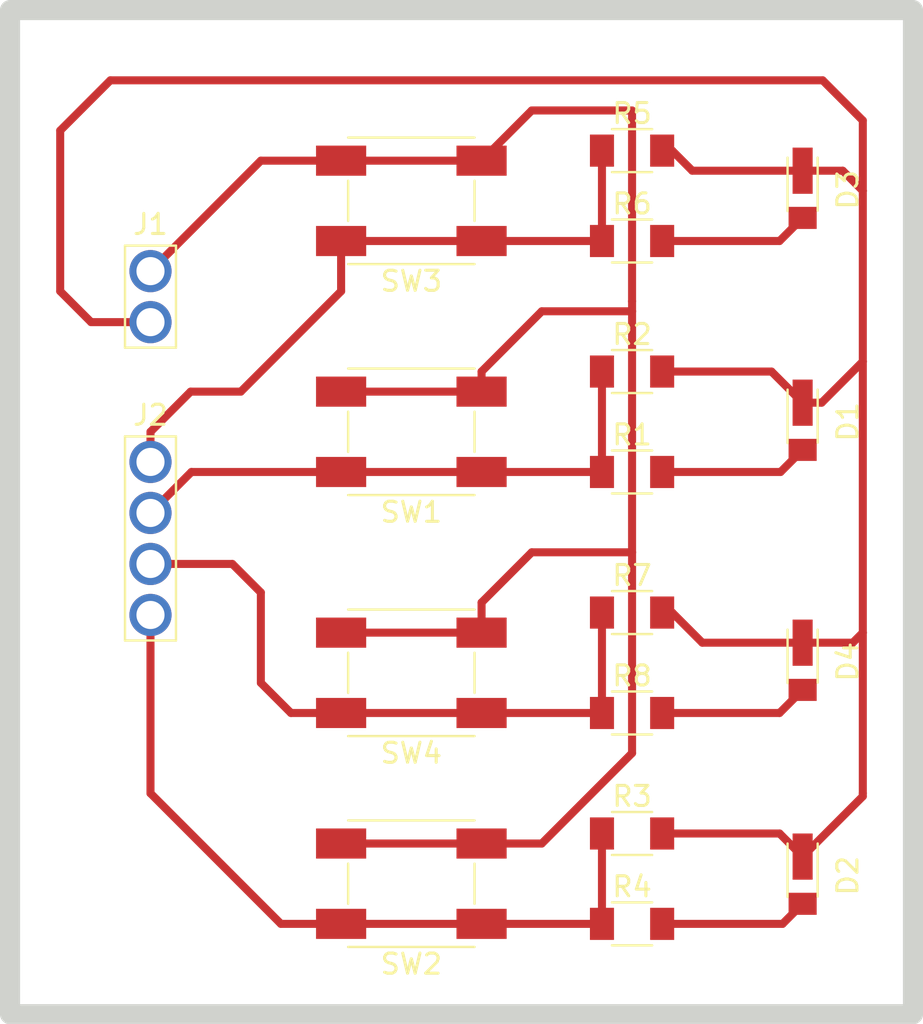
<source format=kicad_pcb>
(kicad_pcb (version 20241229) (generator "pcbnew") (generator_version "9.0")
  (layers (0 "F.Cu" signal) (2 "B.Cu" signal) (13 "F.Paste" user) (15 "B.Paste" user) (5 "F.SilkS" user "F.Silkscreen") (7 "B.SilkS" user "B.Silkscreen") (1 "F.Mask" user) (3 "B.Mask" user) (25 "Edge.Cuts" user))
  (net 0 "")
  (net 1 "Net-(D1-A)")
  (net 2 "PWR_GND")
  (net 3 "Net-(D2-A)")
  (net 4 "Net-(D3-A)")
  (net 5 "Net-(D4-A)")
  (net 6 "PWR_5V")
  (net 7 "/S1")
  (net 8 "/S3")
  (net 9 "/S2")
  (net 10 "/S4")
  (footprint "fab:Button_Omron_B3SN_6.0x6.0mm" (layer "F.Cu") (at 51 68 180)
    (property "Reference" "SW2" (at 0 -4 0) (layer "F.SilkS"))
    (property "Value" "Switch_Tactile_Omron")
    (fp_line (start 3.15 3.15) (end -3.15 3.15) (stroke (width 0.12)) (layer "F.SilkS"))
    (fp_line (start 3.15 -1) (end 3.15 1) (stroke (width 0.12)) (layer "F.SilkS"))
    (fp_line (start -3.15 1) (end -3.15 -1) (stroke (width 0.12)) (layer "F.SilkS"))
    (fp_line (start -3.15 -3.15) (end 3.15 -3.15) (stroke (width 0.12)) (layer "F.SilkS"))
    (pad "1" smd rect (at -3.5 -2 180) (size 2.5 1.5) (layers "F.Cu" "F.Mask" "F.Paste") (net 10 "/S4"))
    (pad "1" smd rect (at 3.5 -2 180) (size 2.5 1.5) (layers "F.Cu" "F.Mask" "F.Paste") (net 10 "/S4"))
    (pad "2" smd rect (at -3.5 2 180) (size 2.5 1.5) (layers "F.Cu" "F.Mask" "F.Paste") (net 6 "PWR_5V"))
    (pad "2" smd rect (at 3.5 2 180) (size 2.5 1.5) (layers "F.Cu" "F.Mask" "F.Paste") (net 6 "PWR_5V"))
  )
  (footprint "fab:Button_Omron_B3SN_6.0x6.0mm" (layer "F.Cu") (at 51 45.5 180)
    (property "Reference" "SW1" (at 0 -4 0) (layer "F.SilkS"))
    (property "Value" "Switch_Tactile_Omron")
    (fp_line (start 3.15 3.15) (end -3.15 3.15) (stroke (width 0.12)) (layer "F.SilkS"))
    (fp_line (start 3.15 -1) (end 3.15 1) (stroke (width 0.12)) (layer "F.SilkS"))
    (fp_line (start -3.15 1) (end -3.15 -1) (stroke (width 0.12)) (layer "F.SilkS"))
    (fp_line (start -3.15 -3.15) (end 3.15 -3.15) (stroke (width 0.12)) (layer "F.SilkS"))
    (pad "1" smd rect (at -3.5 -2 180) (size 2.5 1.5) (layers "F.Cu" "F.Mask" "F.Paste") (net 9 "/S2"))
    (pad "1" smd rect (at 3.5 -2 180) (size 2.5 1.5) (layers "F.Cu" "F.Mask" "F.Paste") (net 9 "/S2"))
    (pad "2" smd rect (at -3.5 2 180) (size 2.5 1.5) (layers "F.Cu" "F.Mask" "F.Paste") (net 6 "PWR_5V"))
    (pad "2" smd rect (at 3.5 2 180) (size 2.5 1.5) (layers "F.Cu" "F.Mask" "F.Paste") (net 6 "PWR_5V"))
  )
  (footprint "fab:R_1206" (layer "F.Cu") (at 62 65.5)
    (property "Reference" "R3" (at 0 -1.85 0) (layer "F.SilkS"))
    (property "Value" "R_1206")
    (fp_line (start -1 -1.07) (end 1 -1.07) (stroke (width 0.12)) (layer "F.SilkS"))
    (fp_line (start 1 1.07) (end -1 1.07) (stroke (width 0.12)) (layer "F.SilkS"))
    (pad "1" smd rect (at -1.5 0) (size 1.2 1.6) (layers "F.Cu" "F.Mask" "F.Paste") (net 10 "/S4"))
    (pad "2" smd rect (at 1.5 0) (size 1.2 1.6) (layers "F.Cu" "F.Mask" "F.Paste") (net 2 "PWR_GND"))
  )
  (footprint "fab:LED_Luminus_1206" (layer "F.Cu") (at 70.5 56.95 90)
    (property "Reference" "D4" (at 0 2.25 90) (layer "F.SilkS"))
    (property "Value" "LED_Luminus_1206")
    (fp_line (start 1.6 -0.75) (end -1.06 -0.75) (stroke (width 0.12)) (layer "F.SilkS"))
    (fp_line (start -1.04 0.75) (end 1.6 0.75) (stroke (width 0.12)) (layer "F.SilkS"))
    (pad "1" smd rect (at 0.95 0 90) (size 2.3 1) (layers "F.Cu" "F.Mask" "F.Paste") (net 2 "PWR_GND"))
    (pad "2" smd rect (at -1.4 0 90) (size 1.1 1.4) (layers "F.Cu" "F.Mask" "F.Paste") (net 5 "Net-(D4-A)"))
  )
  (footprint "fab:R_1206" (layer "F.Cu") (at 62 47.5)
    (property "Reference" "R1" (at 0 -1.85 0) (layer "F.SilkS"))
    (property "Value" "R_1206")
    (fp_line (start -1 -1.07) (end 1 -1.07) (stroke (width 0.12)) (layer "F.SilkS"))
    (fp_line (start 1 1.07) (end -1 1.07) (stroke (width 0.12)) (layer "F.SilkS"))
    (pad "1" smd rect (at -1.5 0) (size 1.2 1.6) (layers "F.Cu" "F.Mask" "F.Paste") (net 9 "/S2"))
    (pad "2" smd rect (at 1.5 0) (size 1.2 1.6) (layers "F.Cu" "F.Mask" "F.Paste") (net 1 "Net-(D1-A)"))
  )
  (footprint "fab:Button_Omron_B3SN_6.0x6.0mm" (layer "F.Cu") (at 51 57.5 180)
    (property "Reference" "SW4" (at 0 -4 0) (layer "F.SilkS"))
    (property "Value" "Switch_Tactile_Omron")
    (fp_line (start 3.15 3.15) (end -3.15 3.15) (stroke (width 0.12)) (layer "F.SilkS"))
    (fp_line (start 3.15 -1) (end 3.15 1) (stroke (width 0.12)) (layer "F.SilkS"))
    (fp_line (start -3.15 1) (end -3.15 -1) (stroke (width 0.12)) (layer "F.SilkS"))
    (fp_line (start -3.15 -3.15) (end 3.15 -3.15) (stroke (width 0.12)) (layer "F.SilkS"))
    (pad "1" smd rect (at -3.5 -2 180) (size 2.5 1.5) (layers "F.Cu" "F.Mask" "F.Paste") (net 8 "/S3"))
    (pad "1" smd rect (at 3.5 -2 180) (size 2.5 1.5) (layers "F.Cu" "F.Mask" "F.Paste") (net 8 "/S3"))
    (pad "2" smd rect (at -3.5 2 180) (size 2.5 1.5) (layers "F.Cu" "F.Mask" "F.Paste") (net 6 "PWR_5V"))
    (pad "2" smd rect (at 3.5 2 180) (size 2.5 1.5) (layers "F.Cu" "F.Mask" "F.Paste") (net 6 "PWR_5V"))
  )
  (footprint "fab:R_1206" (layer "F.Cu") (at 62 70)
    (property "Reference" "R4" (at 0 -1.85 0) (layer "F.SilkS"))
    (property "Value" "R_1206")
    (fp_line (start -1 -1.07) (end 1 -1.07) (stroke (width 0.12)) (layer "F.SilkS"))
    (fp_line (start 1 1.07) (end -1 1.07) (stroke (width 0.12)) (layer "F.SilkS"))
    (pad "1" smd rect (at -1.5 0) (size 1.2 1.6) (layers "F.Cu" "F.Mask" "F.Paste") (net 10 "/S4"))
    (pad "2" smd rect (at 1.5 0) (size 1.2 1.6) (layers "F.Cu" "F.Mask" "F.Paste") (net 3 "Net-(D2-A)"))
  )
  (footprint "fab:R_1206" (layer "F.Cu") (at 62 59.5)
    (property "Reference" "R8" (at 0 -1.85 0) (layer "F.SilkS"))
    (property "Value" "R_1206")
    (fp_line (start -1 -1.07) (end 1 -1.07) (stroke (width 0.12)) (layer "F.SilkS"))
    (fp_line (start 1 1.07) (end -1 1.07) (stroke (width 0.12)) (layer "F.SilkS"))
    (pad "1" smd rect (at -1.5 0) (size 1.2 1.6) (layers "F.Cu" "F.Mask" "F.Paste") (net 8 "/S3"))
    (pad "2" smd rect (at 1.5 0) (size 1.2 1.6) (layers "F.Cu" "F.Mask" "F.Paste") (net 5 "Net-(D4-A)"))
  )
  (footprint "fab:PinHeader_1x04_P2.54mm_Vertical_THT_D1.4mm" (layer "F.Cu") (at 38 47)
    (property "Reference" "J2" (at 0 -2.33 0) (layer "F.SilkS"))
    (property "Value" "SALIDAS")
    (fp_line (start -1.27 -1.27) (end -1.27 8.89) (stroke (width 0.12)) (layer "F.SilkS"))
    (fp_line (start -1.27 -1.27) (end 1.27 -1.27) (stroke (width 0.12)) (layer "F.SilkS"))
    (fp_line (start -1.27 8.89) (end 1.27 8.89) (stroke (width 0.12)) (layer "F.SilkS"))
    (fp_line (start 1.27 -1.27) (end 1.27 8.89) (stroke (width 0.12)) (layer "F.SilkS"))
    (pad "1" thru_hole circle (at 0 0) (size 2.1 2.1) (drill 1.4) (layers "*.Cu" "*.Mask") (net 7 "/S1"))
    (pad "2" thru_hole circle (at 0 2.54) (size 2.1 2.1) (drill 1.4) (layers "*.Cu" "*.Mask") (net 9 "/S2"))
    (pad "3" thru_hole circle (at 0 5.08) (size 2.1 2.1) (drill 1.4) (layers "*.Cu" "*.Mask") (net 8 "/S3"))
    (pad "4" thru_hole circle (at 0 7.62) (size 2.1 2.1) (drill 1.4) (layers "*.Cu" "*.Mask") (net 10 "/S4"))
  )
  (footprint "fab:LED_Luminus_1206" (layer "F.Cu") (at 70.5 33.45 90)
    (property "Reference" "D3" (at 0 2.25 90) (layer "F.SilkS"))
    (property "Value" "LED_Luminus_1206")
    (fp_line (start 1.6 -0.75) (end -1.06 -0.75) (stroke (width 0.12)) (layer "F.SilkS"))
    (fp_line (start -1.04 0.75) (end 1.6 0.75) (stroke (width 0.12)) (layer "F.SilkS"))
    (pad "1" smd rect (at 0.95 0 90) (size 2.3 1) (layers "F.Cu" "F.Mask" "F.Paste") (net 2 "PWR_GND"))
    (pad "2" smd rect (at -1.4 0 90) (size 1.1 1.4) (layers "F.Cu" "F.Mask" "F.Paste") (net 4 "Net-(D3-A)"))
  )
  (footprint "fab:R_1206" (layer "F.Cu") (at 62 36)
    (property "Reference" "R6" (at 0 -1.85 0) (layer "F.SilkS"))
    (property "Value" "R_1206")
    (fp_line (start -1 -1.07) (end 1 -1.07) (stroke (width 0.12)) (layer "F.SilkS"))
    (fp_line (start 1 1.07) (end -1 1.07) (stroke (width 0.12)) (layer "F.SilkS"))
    (pad "1" smd rect (at -1.5 0) (size 1.2 1.6) (layers "F.Cu" "F.Mask" "F.Paste") (net 7 "/S1"))
    (pad "2" smd rect (at 1.5 0) (size 1.2 1.6) (layers "F.Cu" "F.Mask" "F.Paste") (net 4 "Net-(D3-A)"))
  )
  (footprint "fab:Button_Omron_B3SN_6.0x6.0mm" (layer "F.Cu") (at 51 34 180)
    (property "Reference" "SW3" (at 0 -4 0) (layer "F.SilkS"))
    (property "Value" "Switch_Tactile_Omron")
    (fp_line (start 3.15 3.15) (end -3.15 3.15) (stroke (width 0.12)) (layer "F.SilkS"))
    (fp_line (start 3.15 -1) (end 3.15 1) (stroke (width 0.12)) (layer "F.SilkS"))
    (fp_line (start -3.15 1) (end -3.15 -1) (stroke (width 0.12)) (layer "F.SilkS"))
    (fp_line (start -3.15 -3.15) (end 3.15 -3.15) (stroke (width 0.12)) (layer "F.SilkS"))
    (pad "1" smd rect (at -3.5 -2 180) (size 2.5 1.5) (layers "F.Cu" "F.Mask" "F.Paste") (net 7 "/S1"))
    (pad "1" smd rect (at 3.5 -2 180) (size 2.5 1.5) (layers "F.Cu" "F.Mask" "F.Paste") (net 7 "/S1"))
    (pad "2" smd rect (at -3.5 2 180) (size 2.5 1.5) (layers "F.Cu" "F.Mask" "F.Paste") (net 6 "PWR_5V"))
    (pad "2" smd rect (at 3.5 2 180) (size 2.5 1.5) (layers "F.Cu" "F.Mask" "F.Paste") (net 6 "PWR_5V"))
  )
  (footprint "fab:R_1206" (layer "F.Cu") (at 62 54.5)
    (property "Reference" "R7" (at 0 -1.85 0) (layer "F.SilkS"))
    (property "Value" "R_1206")
    (fp_line (start -1 -1.07) (end 1 -1.07) (stroke (width 0.12)) (layer "F.SilkS"))
    (fp_line (start 1 1.07) (end -1 1.07) (stroke (width 0.12)) (layer "F.SilkS"))
    (pad "1" smd rect (at -1.5 0) (size 1.2 1.6) (layers "F.Cu" "F.Mask" "F.Paste") (net 8 "/S3"))
    (pad "2" smd rect (at 1.5 0) (size 1.2 1.6) (layers "F.Cu" "F.Mask" "F.Paste") (net 2 "PWR_GND"))
  )
  (footprint "fab:PinHeader_1x02_P2.54mm_Vertical_THT_D1.4mm" (layer "F.Cu") (at 38 37.5)
    (property "Reference" "J1" (at 0 -2.33 0) (layer "F.SilkS"))
    (property "Value" "Alimentacion")
    (fp_line (start -1.27 -1.27) (end -1.27 3.81) (stroke (width 0.12)) (layer "F.SilkS"))
    (fp_line (start -1.27 -1.27) (end 1.27 -1.27) (stroke (width 0.12)) (layer "F.SilkS"))
    (fp_line (start -1.27 3.81) (end 1.27 3.81) (stroke (width 0.12)) (layer "F.SilkS"))
    (fp_line (start 1.27 -1.27) (end 1.27 3.81) (stroke (width 0.12)) (layer "F.SilkS"))
    (pad "1" thru_hole circle (at 0 0) (size 2.1 2.1) (drill 1.4) (layers "*.Cu" "*.Mask") (net 6 "PWR_5V"))
    (pad "2" thru_hole circle (at 0 2.54) (size 2.1 2.1) (drill 1.4) (layers "*.Cu" "*.Mask") (net 2 "PWR_GND"))
  )
  (footprint "fab:LED_Luminus_1206" (layer "F.Cu") (at 70.5 45 90)
    (property "Reference" "D1" (at 0 2.25 90) (layer "F.SilkS"))
    (property "Value" "LED_Luminus_1206")
    (fp_line (start 1.6 -0.75) (end -1.06 -0.75) (stroke (width 0.12)) (layer "F.SilkS"))
    (fp_line (start -1.04 0.75) (end 1.6 0.75) (stroke (width 0.12)) (layer "F.SilkS"))
    (pad "1" smd rect (at 0.95 0 90) (size 2.3 1) (layers "F.Cu" "F.Mask" "F.Paste") (net 2 "PWR_GND"))
    (pad "2" smd rect (at -1.4 0 90) (size 1.1 1.4) (layers "F.Cu" "F.Mask" "F.Paste") (net 1 "Net-(D1-A)"))
  )
  (footprint "fab:R_1206" (layer "F.Cu") (at 62 42.5)
    (property "Reference" "R2" (at 0 -1.85 0) (layer "F.SilkS"))
    (property "Value" "R_1206")
    (fp_line (start -1 -1.07) (end 1 -1.07) (stroke (width 0.12)) (layer "F.SilkS"))
    (fp_line (start 1 1.07) (end -1 1.07) (stroke (width 0.12)) (layer "F.SilkS"))
    (pad "1" smd rect (at -1.5 0) (size 1.2 1.6) (layers "F.Cu" "F.Mask" "F.Paste") (net 9 "/S2"))
    (pad "2" smd rect (at 1.5 0) (size 1.2 1.6) (layers "F.Cu" "F.Mask" "F.Paste") (net 2 "PWR_GND"))
  )
  (footprint "fab:R_1206" (layer "F.Cu") (at 62 31.5)
    (property "Reference" "R5" (at 0 -1.85 0) (layer "F.SilkS"))
    (property "Value" "R_1206")
    (fp_line (start -1 -1.07) (end 1 -1.07) (stroke (width 0.12)) (layer "F.SilkS"))
    (fp_line (start 1 1.07) (end -1 1.07) (stroke (width 0.12)) (layer "F.SilkS"))
    (pad "1" smd rect (at -1.5 0) (size 1.2 1.6) (layers "F.Cu" "F.Mask" "F.Paste") (net 7 "/S1"))
    (pad "2" smd rect (at 1.5 0) (size 1.2 1.6) (layers "F.Cu" "F.Mask" "F.Paste") (net 2 "PWR_GND"))
  )
  (footprint "fab:LED_Luminus_1206" (layer "F.Cu") (at 70.5 67.6 90)
    (property "Reference" "D2" (at 0 2.25 90) (layer "F.SilkS"))
    (property "Value" "LED_Luminus_1206")
    (fp_line (start 1.6 -0.75) (end -1.06 -0.75) (stroke (width 0.12)) (layer "F.SilkS"))
    (fp_line (start -1.04 0.75) (end 1.6 0.75) (stroke (width 0.12)) (layer "F.SilkS"))
    (pad "1" smd rect (at 0.95 0 90) (size 2.3 1) (layers "F.Cu" "F.Mask" "F.Paste") (net 2 "PWR_GND"))
    (pad "2" smd rect (at -1.4 0 90) (size 1.1 1.4) (layers "F.Cu" "F.Mask" "F.Paste") (net 3 "Net-(D2-A)"))
  )
  (gr_rect (start 31 24.5) (end 76 74.5) (stroke (width 1)) (fill no) (layer "Edge.Cuts"))
  (segment (start 63.5 47.5) (end 69.4 47.5) (width 0.4) (layer "F.Cu") (net 1))
  (segment (start 69.4 47.5) (end 70.5 46.4) (width 0.4) (layer "F.Cu") (net 1))
  (segment (start 72.5 32.5) (end 73.5 33.5) (width 0.4) (layer "F.Cu") (net 2))
  (segment (start 63.5 31.5) (end 64 31.5) (width 0.4) (layer "F.Cu") (net 2))
  (segment (start 38 40.04) (end 35.04 40.04) (width 0.4) (layer "F.Cu") (net 2))
  (segment (start 70.5 32.5) (end 72.5 32.5) (width 0.4) (layer "F.Cu") (net 2))
  (segment (start 69.35 65.5) (end 70.5 66.65) (width 0.4) (layer "F.Cu") (net 2))
  (segment (start 73.5 63.65) (end 70.5 66.65) (width 0.4) (layer "F.Cu") (net 2))
  (segment (start 70.5 44.05) (end 71.45 44.05) (width 0.4) (layer "F.Cu") (net 2))
  (segment (start 73.5 55.5) (end 73 56) (width 0.4) (layer "F.Cu") (net 2))
  (segment (start 71.45 44.05) (end 73.5 42) (width 0.4) (layer "F.Cu") (net 2))
  (segment (start 73.5 30) (end 73.5 33.5) (width 0.4) (layer "F.Cu") (net 2))
  (segment (start 73.5 42) (end 73.5 55.5) (width 0.4) (layer "F.Cu") (net 2))
  (segment (start 71.5 28) (end 73.5 30) (width 0.4) (layer "F.Cu") (net 2))
  (segment (start 68.95 42.5) (end 70.5 44.05) (width 0.4) (layer "F.Cu") (net 2))
  (segment (start 63.5 54.5) (end 64 54.5) (width 0.4) (layer "F.Cu") (net 2))
  (segment (start 63.5 42.5) (end 68.95 42.5) (width 0.4) (layer "F.Cu") (net 2))
  (segment (start 73 56) (end 70.5 56) (width 0.4) (layer "F.Cu") (net 2))
  (segment (start 65.5 56) (end 70.5 56) (width 0.4) (layer "F.Cu") (net 2))
  (segment (start 35.04 40.04) (end 33.5 38.5) (width 0.4) (layer "F.Cu") (net 2))
  (segment (start 64 31.5) (end 65 32.5) (width 0.4) (layer "F.Cu") (net 2))
  (segment (start 33.5 38.5) (end 33.5 30.5) (width 0.4) (layer "F.Cu") (net 2))
  (segment (start 36 28) (end 71.5 28) (width 0.4) (layer "F.Cu") (net 2))
  (segment (start 65 32.5) (end 70.5 32.5) (width 0.4) (layer "F.Cu") (net 2))
  (segment (start 33.5 30.5) (end 36 28) (width 0.4) (layer "F.Cu") (net 2))
  (segment (start 64 54.5) (end 65.5 56) (width 0.4) (layer "F.Cu") (net 2))
  (segment (start 73.5 33.5) (end 73.5 42) (width 0.4) (layer "F.Cu") (net 2))
  (segment (start 73.5 55.5) (end 73.5 63.5) (width 0.4) (layer "F.Cu") (net 2))
  (segment (start 73.5 63.5) (end 73.5 63.65) (width 0.4) (layer "F.Cu") (net 2))
  (segment (start 63.5 65.5) (end 69.35 65.5) (width 0.4) (layer "F.Cu") (net 2))
  (segment (start 69.5 70) (end 70.5 69) (width 0.4) (layer "F.Cu") (net 3))
  (segment (start 63.5 70) (end 69.5 70) (width 0.4) (layer "F.Cu") (net 3))
  (segment (start 63.5 36) (end 69.35 36) (width 0.4) (layer "F.Cu") (net 4))
  (segment (start 69.35 36) (end 70.5 34.85) (width 0.4) (layer "F.Cu") (net 4))
  (segment (start 69.35 59.5) (end 70.5 58.35) (width 0.4) (layer "F.Cu") (net 5))
  (segment (start 63.5 59.5) (end 69.35 59.5) (width 0.4) (layer "F.Cu") (net 5))
  (segment (start 62 39) (end 62 39.5) (width 0.4) (layer "F.Cu") (net 6))
  (segment (start 57.5 66) (end 54.5 66) (width 0.4) (layer "F.Cu") (net 6))
  (segment (start 62 51.5) (end 62 61.5) (width 0.4) (layer "F.Cu") (net 6))
  (segment (start 47.5 66) (end 54.5 66) (width 0.4) (layer "F.Cu") (net 6))
  (segment (start 57.5 39.5) (end 54.5 42.5) (width 0.4) (layer "F.Cu") (net 6))
  (segment (start 62 39.5) (end 57.5 39.5) (width 0.4) (layer "F.Cu") (net 6))
  (segment (start 62 51.5) (end 57 51.5) (width 0.4) (layer "F.Cu") (net 6))
  (segment (start 57 29.5) (end 62 29.5) (width 0.4) (layer "F.Cu") (net 6))
  (segment (start 54.5 54) (end 54.5 55.5) (width 0.4) (layer "F.Cu") (net 6))
  (segment (start 57 51.5) (end 54.5 54) (width 0.4) (layer "F.Cu") (net 6))
  (segment (start 54.5 42.5) (end 54.5 43.5) (width 0.4) (layer "F.Cu") (net 6))
  (segment (start 47.5 55.5) (end 54.5 55.5) (width 0.4) (layer "F.Cu") (net 6))
  (segment (start 47.5 43.5) (end 54.5 43.5) (width 0.4) (layer "F.Cu") (net 6))
  (segment (start 62 61.5) (end 57.5 66) (width 0.4) (layer "F.Cu") (net 6))
  (segment (start 62 39.5) (end 62 51.5) (width 0.4) (layer "F.Cu") (net 6))
  (segment (start 62 29.5) (end 62 39) (width 0.4) (layer "F.Cu") (net 6))
  (segment (start 47.5 32) (end 43.5 32) (width 0.4) (layer "F.Cu") (net 6))
  (segment (start 43.5 32) (end 38 37.5) (width 0.4) (layer "F.Cu") (net 6))
  (segment (start 54.5 32) (end 57 29.5) (width 0.4) (layer "F.Cu") (net 6))
  (segment (start 47.5 32) (end 54.5 32) (width 0.4) (layer "F.Cu") (net 6))
  (segment (start 42.5 43.5) (end 40 43.5) (width 0.4) (layer "F.Cu") (net 7))
  (segment (start 47.5 36) (end 47.5 38.5) (width 0.4) (layer "F.Cu") (net 7))
  (segment (start 60.5 36) (end 60.5 31.5) (width 0.4) (layer "F.Cu") (net 7))
  (segment (start 60.5 36) (end 54.5 36) (width 0.4) (layer "F.Cu") (net 7))
  (segment (start 38 45.5) (end 38 47) (width 0.4) (layer "F.Cu") (net 7))
  (segment (start 40 43.5) (end 38 45.5) (width 0.4) (layer "F.Cu") (net 7))
  (segment (start 47.5 38.5) (end 42.5 43.5) (width 0.4) (layer "F.Cu") (net 7))
  (segment (start 54.5 36) (end 47.5 36) (width 0.4) (layer "F.Cu") (net 7))
  (segment (start 43.5 53.5) (end 42.08 52.08) (width 0.4) (layer "F.Cu") (net 8))
  (segment (start 45 59.5) (end 43.5 58) (width 0.4) (layer "F.Cu") (net 8))
  (segment (start 47.5 59.5) (end 45 59.5) (width 0.4) (layer "F.Cu") (net 8))
  (segment (start 60.5 59.5) (end 54.5 59.5) (width 0.4) (layer "F.Cu") (net 8))
  (segment (start 42.08 52.08) (end 38 52.08) (width 0.4) (layer "F.Cu") (net 8))
  (segment (start 60.5 54.5) (end 60.5 59.5) (width 0.4) (layer "F.Cu") (net 8))
  (segment (start 54.5 59.5) (end 47.5 59.5) (width 0.4) (layer "F.Cu") (net 8))
  (segment (start 43.5 58) (end 43.5 53.5) (width 0.4) (layer "F.Cu") (net 8))
  (segment (start 60.5 47.5) (end 60.5 42.5) (width 0.4) (layer "F.Cu") (net 9))
  (segment (start 54.5 47.5) (end 60.5 47.5) (width 0.4) (layer "F.Cu") (net 9))
  (segment (start 54.5 47.5) (end 47.5 47.5) (width 0.4) (layer "F.Cu") (net 9))
  (segment (start 40.04 47.5) (end 38 49.54) (width 0.4) (layer "F.Cu") (net 9))
  (segment (start 47.5 47.5) (end 40.04 47.5) (width 0.4) (layer "F.Cu") (net 9))
  (segment (start 38 63.5) (end 38 54.62) (width 0.4) (layer "F.Cu") (net 10))
  (segment (start 60.5 70) (end 60.5 65.5) (width 0.4) (layer "F.Cu") (net 10))
  (segment (start 54.5 70) (end 60.5 70) (width 0.4) (layer "F.Cu") (net 10))
  (segment (start 47.5 70) (end 44.5 70) (width 0.4) (layer "F.Cu") (net 10))
  (segment (start 47.5 70) (end 54.5 70) (width 0.4) (layer "F.Cu") (net 10))
  (segment (start 44.5 70) (end 38 63.5) (width 0.4) (layer "F.Cu") (net 10))
)
</source>
